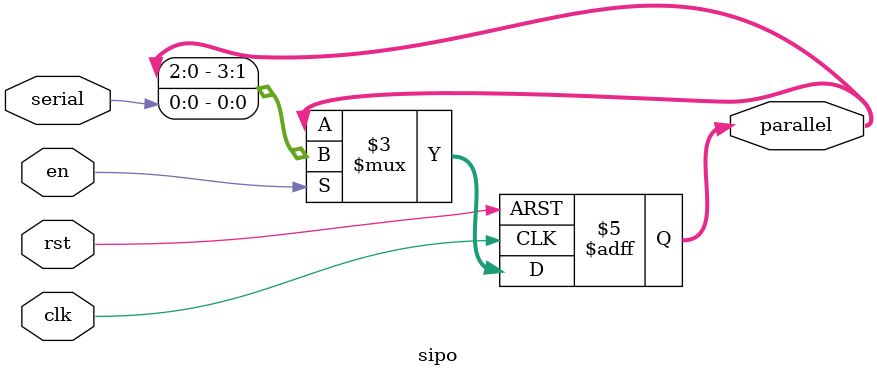
<source format=v>
module sipo(
    input clk,rst,
    input en,
    output reg [3:0]parallel,
    input serial
);
always@(posedge clk, negedge rst)begin
    if(!rst)
        parallel<=4'b0;
    else if(en)
        parallel<={parallel[2:0],serial};
end
endmodule

</source>
